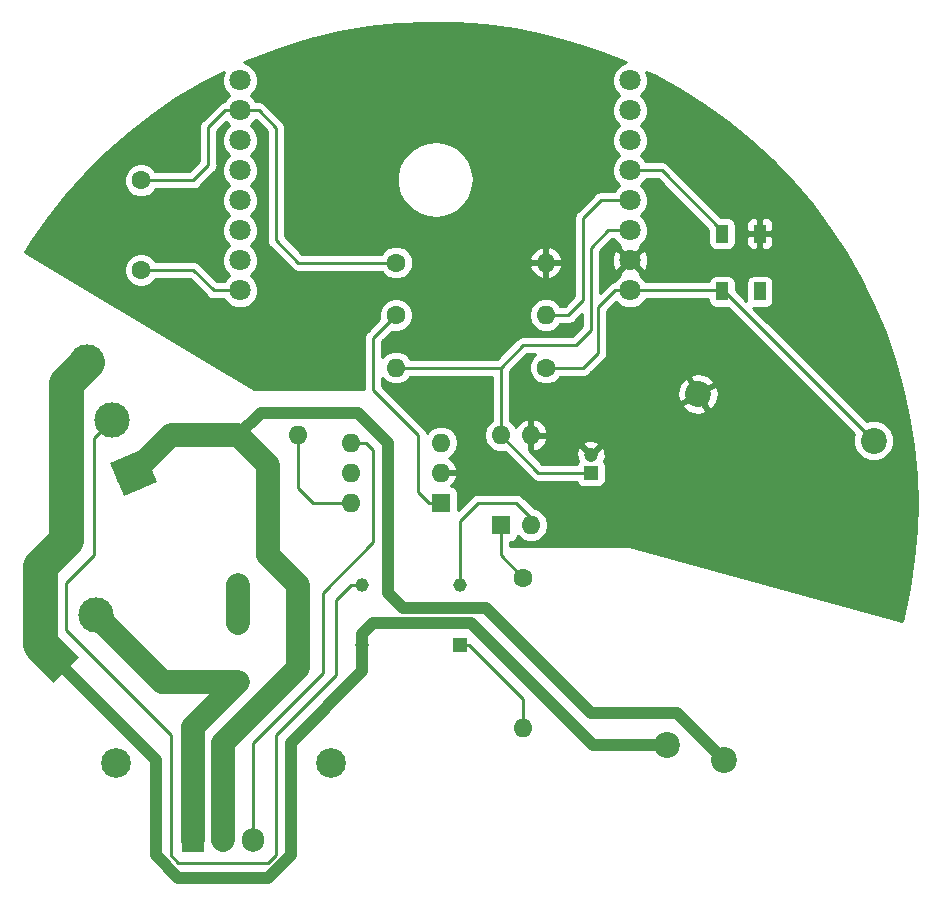
<source format=gbr>
G04 #@! TF.GenerationSoftware,KiCad,Pcbnew,5.0.0+dfsg1-2*
G04 #@! TF.CreationDate,2019-05-26T04:41:42+02:00*
G04 #@! TF.ProjectId,ceiling-light-controller,6365696C696E672D6C696768742D636F,rev?*
G04 #@! TF.SameCoordinates,Original*
G04 #@! TF.FileFunction,Copper,L1,Top,Signal*
G04 #@! TF.FilePolarity,Positive*
%FSLAX46Y46*%
G04 Gerber Fmt 4.6, Leading zero omitted, Abs format (unit mm)*
G04 Created by KiCad (PCBNEW 5.0.0+dfsg1-2) date Sun May 26 04:41:42 2019*
%MOMM*%
%LPD*%
G01*
G04 APERTURE LIST*
G04 #@! TA.AperFunction,ComponentPad*
%ADD10O,1.600000X1.600000*%
G04 #@! TD*
G04 #@! TA.AperFunction,ComponentPad*
%ADD11R,1.600000X1.600000*%
G04 #@! TD*
G04 #@! TA.AperFunction,ComponentPad*
%ADD12R,1.160000X1.160000*%
G04 #@! TD*
G04 #@! TA.AperFunction,ComponentPad*
%ADD13C,1.160000*%
G04 #@! TD*
G04 #@! TA.AperFunction,SMDPad,CuDef*
%ADD14R,1.000000X1.500000*%
G04 #@! TD*
G04 #@! TA.AperFunction,ComponentPad*
%ADD15C,1.600000*%
G04 #@! TD*
G04 #@! TA.AperFunction,ComponentPad*
%ADD16R,1.905000X2.000000*%
G04 #@! TD*
G04 #@! TA.AperFunction,ComponentPad*
%ADD17O,1.905000X2.000000*%
G04 #@! TD*
G04 #@! TA.AperFunction,ComponentPad*
%ADD18C,2.524000*%
G04 #@! TD*
G04 #@! TA.AperFunction,ComponentPad*
%ADD19R,1.200000X1.200000*%
G04 #@! TD*
G04 #@! TA.AperFunction,ComponentPad*
%ADD20C,1.200000*%
G04 #@! TD*
G04 #@! TA.AperFunction,ComponentPad*
%ADD21C,3.000000*%
G04 #@! TD*
G04 #@! TA.AperFunction,Conductor*
%ADD22C,0.100000*%
G04 #@! TD*
G04 #@! TA.AperFunction,ComponentPad*
%ADD23C,2.200000*%
G04 #@! TD*
G04 #@! TA.AperFunction,ComponentPad*
%ADD24C,1.800000*%
G04 #@! TD*
G04 #@! TA.AperFunction,Conductor*
%ADD25C,0.250000*%
G04 #@! TD*
G04 #@! TA.AperFunction,Conductor*
%ADD26C,2.000000*%
G04 #@! TD*
G04 #@! TA.AperFunction,Conductor*
%ADD27C,1.000000*%
G04 #@! TD*
G04 #@! TA.AperFunction,Conductor*
%ADD28C,3.000000*%
G04 #@! TD*
G04 #@! TA.AperFunction,Conductor*
%ADD29C,0.254000*%
G04 #@! TD*
G04 APERTURE END LIST*
D10*
G04 #@! TO.P,U3,6*
G04 #@! TO.N,Net-(R3-Pad2)*
X139700000Y-98425000D03*
G04 #@! TO.P,U3,3*
G04 #@! TO.N,Net-(U3-Pad3)*
X147320000Y-93345000D03*
G04 #@! TO.P,U3,5*
G04 #@! TO.N,Net-(U3-Pad5)*
X139700000Y-95885000D03*
G04 #@! TO.P,U3,2*
G04 #@! TO.N,GND*
X147320000Y-95885000D03*
G04 #@! TO.P,U3,4*
G04 #@! TO.N,Net-(Q1-Pad3)*
X139700000Y-93345000D03*
D11*
G04 #@! TO.P,U3,1*
G04 #@! TO.N,Net-(R5-Pad1)*
X147320000Y-98425000D03*
G04 #@! TD*
D12*
G04 #@! TO.P,BR1,1*
G04 #@! TO.N,Net-(BR1-Pad1)*
X148905000Y-110500000D03*
D13*
G04 #@! TO.P,BR1,2*
G04 #@! TO.N,Net-(BR1-Pad2)*
X148905000Y-105400000D03*
G04 #@! TO.P,BR1,3*
G04 #@! TO.N,Net-(BR1-Pad3)*
X140655000Y-105400000D03*
G04 #@! TO.P,BR1,4*
G04 #@! TO.N,Net-(BR1-Pad4)*
X140655000Y-110500000D03*
G04 #@! TD*
D14*
G04 #@! TO.P,D1,3*
G04 #@! TO.N,GND*
X174320000Y-75655000D03*
G04 #@! TO.P,D1,4*
G04 #@! TO.N,Net-(D1-Pad4)*
X171120000Y-75655000D03*
G04 #@! TO.P,D1,2*
G04 #@! TO.N,Net-(D1-Pad2)*
X174320000Y-80555000D03*
G04 #@! TO.P,D1,1*
G04 #@! TO.N,Net-(D1-Pad1)*
X171120000Y-80555000D03*
G04 #@! TD*
D15*
G04 #@! TO.P,R7,1*
G04 #@! TO.N,Net-(R7-Pad1)*
X121920000Y-78740000D03*
G04 #@! TO.P,R7,2*
G04 #@! TO.N,Net-(R6-Pad1)*
X121920000Y-71140000D03*
G04 #@! TD*
G04 #@! TO.P,R6,1*
G04 #@! TO.N,Net-(R6-Pad1)*
X143510000Y-78105000D03*
D10*
G04 #@! TO.P,R6,2*
G04 #@! TO.N,GND*
X156210000Y-78105000D03*
G04 #@! TD*
D16*
G04 #@! TO.P,Q1,1*
G04 #@! TO.N,Net-(C5-Pad2)*
X126365000Y-127000000D03*
D17*
G04 #@! TO.P,Q1,2*
G04 #@! TO.N,Net-(J1-Pad1)*
X128905000Y-127000000D03*
G04 #@! TO.P,Q1,3*
G04 #@! TO.N,Net-(Q1-Pad3)*
X131445000Y-127000000D03*
D18*
G04 #@! TO.P,Q1,4*
G04 #@! TO.N,N/C*
X119780000Y-120500000D03*
G04 #@! TO.P,Q1,5*
X138030000Y-120500000D03*
G04 #@! TD*
D19*
G04 #@! TO.P,C1,1*
G04 #@! TO.N,Net-(C1-Pad1)*
X160020000Y-95885000D03*
D20*
G04 #@! TO.P,C1,2*
G04 #@! TO.N,GND*
X160020000Y-94385000D03*
G04 #@! TD*
D15*
G04 #@! TO.P,C5,1*
G04 #@! TO.N,Net-(C5-Pad1)*
X130175000Y-108585000D03*
G04 #@! TO.P,C5,2*
G04 #@! TO.N,Net-(C5-Pad2)*
X130175000Y-113585000D03*
G04 #@! TD*
G04 #@! TO.P,R1,1*
G04 #@! TO.N,Net-(R1-Pad1)*
X154305000Y-104775000D03*
D10*
G04 #@! TO.P,R1,2*
G04 #@! TO.N,Net-(BR1-Pad1)*
X154305000Y-117475000D03*
G04 #@! TD*
D15*
G04 #@! TO.P,R5,1*
G04 #@! TO.N,Net-(R5-Pad1)*
X143510000Y-82550000D03*
D10*
G04 #@! TO.P,R5,2*
G04 #@! TO.N,Net-(R5-Pad2)*
X156210000Y-82550000D03*
G04 #@! TD*
G04 #@! TO.P,R4,2*
G04 #@! TO.N,Net-(C5-Pad1)*
X130175000Y-105410000D03*
D15*
G04 #@! TO.P,R4,1*
G04 #@! TO.N,Net-(J1-Pad1)*
X130175000Y-92710000D03*
G04 #@! TD*
G04 #@! TO.P,R3,1*
G04 #@! TO.N,Net-(J1-Pad1)*
X135255000Y-105410000D03*
D10*
G04 #@! TO.P,R3,2*
G04 #@! TO.N,Net-(R3-Pad2)*
X135255000Y-92710000D03*
G04 #@! TD*
G04 #@! TO.P,R2,2*
G04 #@! TO.N,Net-(C1-Pad1)*
X143510000Y-86995000D03*
D15*
G04 #@! TO.P,R2,1*
G04 #@! TO.N,Net-(D1-Pad1)*
X156210000Y-86995000D03*
G04 #@! TD*
D21*
G04 #@! TO.P,J2,1*
G04 #@! TO.N,Net-(BR1-Pad4)*
X114517898Y-111542102D03*
D22*
G04 #@! TD*
G04 #@! TO.N,Net-(BR1-Pad4)*
G04 #@! TO.C,J2*
G36*
X114517898Y-113663422D02*
X112396578Y-111542102D01*
X114517898Y-109420782D01*
X116639218Y-111542102D01*
X114517898Y-113663422D01*
X114517898Y-113663422D01*
G37*
D21*
G04 #@! TO.P,J2,2*
G04 #@! TO.N,Net-(C5-Pad2)*
X118110000Y-107950000D03*
G04 #@! TD*
G04 #@! TO.P,J1,1*
G04 #@! TO.N,Net-(J1-Pad1)*
X121285000Y-95885000D03*
D22*
G04 #@! TD*
G04 #@! TO.N,Net-(J1-Pad1)*
G04 #@! TO.C,J1*
G36*
X123244844Y-96696794D02*
X120473206Y-97844844D01*
X119325156Y-95073206D01*
X122096794Y-93925156D01*
X123244844Y-96696794D01*
X123244844Y-96696794D01*
G37*
D21*
G04 #@! TO.P,J1,2*
G04 #@! TO.N,Net-(BR1-Pad3)*
X119457687Y-91473475D03*
G04 #@! TO.P,J1,3*
G04 #@! TO.N,Net-(BR1-Pad4)*
X117396936Y-86498384D03*
G04 #@! TD*
D10*
G04 #@! TO.P,U1,4*
G04 #@! TO.N,Net-(C1-Pad1)*
X152400000Y-92710000D03*
G04 #@! TO.P,U1,2*
G04 #@! TO.N,Net-(BR1-Pad2)*
X154940000Y-100330000D03*
G04 #@! TO.P,U1,3*
G04 #@! TO.N,GND*
X154940000Y-92710000D03*
D11*
G04 #@! TO.P,U1,1*
G04 #@! TO.N,Net-(R1-Pad1)*
X152400000Y-100330000D03*
G04 #@! TD*
D23*
G04 #@! TO.P,U2,1*
G04 #@! TO.N,Net-(BR1-Pad4)*
X166500545Y-118962062D03*
G04 #@! TO.P,U2,2*
G04 #@! TO.N,Net-(J1-Pad1)*
X171330175Y-120256157D03*
G04 #@! TO.P,U2,3*
G04 #@! TO.N,GND*
X169087011Y-89217984D03*
G04 #@! TO.P,U2,4*
G04 #@! TO.N,Net-(D1-Pad1)*
X183962269Y-93203797D03*
G04 #@! TD*
D24*
G04 #@! TO.P,U4,16*
G04 #@! TO.N,Net-(R7-Pad1)*
X130315000Y-80455000D03*
G04 #@! TO.P,U4,1*
G04 #@! TO.N,Net-(D1-Pad1)*
X163335000Y-80455000D03*
G04 #@! TO.P,U4,15*
G04 #@! TO.N,Net-(U4-Pad15)*
X130315000Y-77915000D03*
G04 #@! TO.P,U4,2*
G04 #@! TO.N,GND*
X163335000Y-77915000D03*
G04 #@! TO.P,U4,14*
G04 #@! TO.N,Net-(U4-Pad14)*
X130315000Y-75375000D03*
G04 #@! TO.P,U4,3*
G04 #@! TO.N,Net-(C1-Pad1)*
X163335000Y-75375000D03*
G04 #@! TO.P,U4,13*
G04 #@! TO.N,Net-(U4-Pad13)*
X130315000Y-72835000D03*
G04 #@! TO.P,U4,4*
G04 #@! TO.N,Net-(R5-Pad2)*
X163335000Y-72835000D03*
G04 #@! TO.P,U4,12*
G04 #@! TO.N,Net-(U4-Pad12)*
X130315000Y-70295000D03*
G04 #@! TO.P,U4,5*
G04 #@! TO.N,Net-(D1-Pad4)*
X163335000Y-70295000D03*
G04 #@! TO.P,U4,11*
G04 #@! TO.N,Net-(U4-Pad11)*
X130315000Y-67755000D03*
G04 #@! TO.P,U4,6*
G04 #@! TO.N,Net-(U4-Pad6)*
X163335000Y-67755000D03*
G04 #@! TO.P,U4,10*
G04 #@! TO.N,Net-(R6-Pad1)*
X130315000Y-65215000D03*
G04 #@! TO.P,U4,7*
G04 #@! TO.N,Net-(U4-Pad7)*
X163335000Y-65215000D03*
G04 #@! TO.P,U4,9*
G04 #@! TO.N,Net-(U4-Pad9)*
X130315000Y-62675000D03*
G04 #@! TO.P,U4,8*
G04 #@! TO.N,Net-(U4-Pad8)*
X163335000Y-62675000D03*
G04 #@! TD*
D25*
G04 #@! TO.N,Net-(C1-Pad1)*
X155575000Y-95885000D02*
X152400000Y-92710000D01*
X160020000Y-95885000D02*
X155575000Y-95885000D01*
X161480000Y-75375000D02*
X160020000Y-76835000D01*
X163335000Y-75375000D02*
X161480000Y-75375000D01*
X160020000Y-76835000D02*
X160020000Y-83820000D01*
X160020000Y-83820000D02*
X158750000Y-85090000D01*
X143510000Y-86995000D02*
X152400000Y-86995000D01*
X152400000Y-86995000D02*
X154305000Y-85090000D01*
X152400000Y-86995000D02*
X152400000Y-92710000D01*
X154305000Y-85090000D02*
X158750000Y-85090000D01*
D26*
G04 #@! TO.N,Net-(C5-Pad1)*
X130175000Y-105410000D02*
X130175000Y-108585000D01*
D25*
G04 #@! TO.N,Net-(Q1-Pad3)*
X131445000Y-127000000D02*
X131445000Y-118745000D01*
X141605000Y-93980000D02*
X140970000Y-93345000D01*
X137344991Y-106045000D02*
X141605000Y-101784991D01*
X140970000Y-93345000D02*
X139700000Y-93345000D01*
X131445000Y-118745000D02*
X137344991Y-112845009D01*
X141605000Y-93980000D02*
X141605000Y-101784991D01*
X137344991Y-112845009D02*
X137344991Y-106045000D01*
G04 #@! TO.N,Net-(R1-Pad1)*
X152400000Y-102870000D02*
X154305000Y-104775000D01*
X152400000Y-100330000D02*
X152400000Y-102870000D01*
G04 #@! TO.N,Net-(R3-Pad2)*
X135255000Y-92710000D02*
X135255000Y-97155000D01*
X135255000Y-97155000D02*
X136525000Y-98425000D01*
X136525000Y-98425000D02*
X139700000Y-98425000D01*
G04 #@! TO.N,Net-(R5-Pad1)*
X143510000Y-82550000D02*
X141605000Y-84455000D01*
X141605000Y-84455000D02*
X141605000Y-88900000D01*
X141605000Y-88900000D02*
X145415000Y-92710000D01*
X146270000Y-98425000D02*
X147320000Y-98425000D01*
X145415000Y-97570000D02*
X146270000Y-98425000D01*
X145415000Y-92710000D02*
X145415000Y-97570000D01*
G04 #@! TO.N,Net-(R5-Pad2)*
X160845000Y-72835000D02*
X162062208Y-72835000D01*
X159385000Y-74295000D02*
X160845000Y-72835000D01*
X159385000Y-81280000D02*
X159385000Y-74295000D01*
X156210000Y-82550000D02*
X158115000Y-82550000D01*
X162062208Y-72835000D02*
X163335000Y-72835000D01*
X158115000Y-82550000D02*
X159385000Y-81280000D01*
G04 #@! TO.N,Net-(BR1-Pad1)*
X154305000Y-115070000D02*
X154305000Y-116343630D01*
X154305000Y-116343630D02*
X154305000Y-117475000D01*
X149735000Y-110500000D02*
X154305000Y-115070000D01*
X148905000Y-110500000D02*
X149735000Y-110500000D01*
G04 #@! TO.N,Net-(BR1-Pad2)*
X154940000Y-99695000D02*
X154940000Y-100330000D01*
X153670000Y-98425000D02*
X154940000Y-99695000D01*
X150495000Y-98425000D02*
X153670000Y-98425000D01*
X148905000Y-105400000D02*
X148905000Y-100015000D01*
X148905000Y-100015000D02*
X150495000Y-98425000D01*
D26*
G04 #@! TO.N,Net-(C5-Pad2)*
X126365000Y-127000000D02*
X126365000Y-117395000D01*
X123745000Y-113585000D02*
X130175000Y-113585000D01*
X118110000Y-107950000D02*
X123745000Y-113585000D01*
X130175000Y-113585000D02*
X126365000Y-117395000D01*
G04 #@! TO.N,Net-(J1-Pad1)*
X121285000Y-95885000D02*
X124460000Y-92710000D01*
X124460000Y-92710000D02*
X130175000Y-92710000D01*
X132715000Y-102870000D02*
X135255000Y-105410000D01*
X130175000Y-92710000D02*
X132715000Y-95250000D01*
X132715000Y-95250000D02*
X132715000Y-102870000D01*
X128905000Y-118745000D02*
X135255000Y-112395000D01*
X135255000Y-112395000D02*
X135255000Y-105410000D01*
X128905000Y-118745000D02*
X128905000Y-127000000D01*
D27*
X132080000Y-90805000D02*
X130175000Y-92710000D01*
X140335000Y-90805000D02*
X132080000Y-90805000D01*
X140335000Y-90805000D02*
X142875000Y-93345000D01*
X142875000Y-106045000D02*
X144145000Y-107315000D01*
X142875000Y-93345000D02*
X142875000Y-106045000D01*
X151130000Y-107315000D02*
X160020000Y-116205000D01*
X167279018Y-116205000D02*
X171330175Y-120256157D01*
X160020000Y-116205000D02*
X167279018Y-116205000D01*
X144145000Y-107315000D02*
X151130000Y-107315000D01*
D25*
G04 #@! TO.N,Net-(BR1-Pad3)*
X132715000Y-128905000D02*
X133350000Y-128270000D01*
X124460000Y-128270000D02*
X125095000Y-128905000D01*
X125095000Y-128905000D02*
X132715000Y-128905000D01*
X115570000Y-109220000D02*
X124460000Y-118110000D01*
X124460000Y-118110000D02*
X124460000Y-128270000D01*
X138430000Y-113030000D02*
X133350000Y-118110000D01*
X133350000Y-118110000D02*
X133350000Y-128270000D01*
X117957688Y-102870000D02*
X115570000Y-105257688D01*
X119457687Y-91473475D02*
X117957688Y-92973474D01*
X117957688Y-92973474D02*
X117957688Y-102870000D01*
X115570000Y-105257688D02*
X115570000Y-109220000D01*
X140655000Y-105400000D02*
X139710000Y-105400000D01*
X139710000Y-105400000D02*
X138430000Y-106680000D01*
X138430000Y-106680000D02*
X138430000Y-113030000D01*
G04 #@! TO.N,Net-(BR1-Pad4)*
X114517898Y-111542102D02*
X115649268Y-112673472D01*
D27*
X125093590Y-130175000D02*
X132716410Y-130175000D01*
D25*
X166500545Y-119884455D02*
X166500545Y-118962062D01*
D27*
X160237062Y-118962062D02*
X166500545Y-118962062D01*
X149860000Y-108585000D02*
X160237062Y-118962062D01*
X141605000Y-108585000D02*
X149860000Y-108585000D01*
X140655000Y-110500000D02*
X140655000Y-109535000D01*
X140655000Y-109535000D02*
X141605000Y-108585000D01*
X134620000Y-128271410D02*
X134620000Y-118745000D01*
X140655000Y-112710000D02*
X140655000Y-110500000D01*
X134620000Y-118745000D02*
X140655000Y-112710000D01*
X132716410Y-130175000D02*
X134620000Y-128271410D01*
D25*
X125093590Y-130175000D02*
X125093590Y-130173590D01*
D27*
X125093590Y-130173590D02*
X123190000Y-128270000D01*
X123190000Y-120214204D02*
X114517898Y-111542102D01*
X123190000Y-128270000D02*
X123190000Y-120214204D01*
D28*
X115570000Y-101600000D02*
X115570000Y-88325320D01*
X114517898Y-111542102D02*
X113386528Y-110410732D01*
X113386528Y-103783472D02*
X115570000Y-101600000D01*
X113386528Y-110410732D02*
X113386528Y-103783472D01*
X115570000Y-88325320D02*
X117396936Y-86498384D01*
D25*
G04 #@! TO.N,Net-(D1-Pad1)*
X171020000Y-80455000D02*
X171120000Y-80555000D01*
X163335000Y-80455000D02*
X171020000Y-80455000D01*
X159385000Y-86995000D02*
X156210000Y-86995000D01*
X160655000Y-85725000D02*
X159385000Y-86995000D01*
X160655000Y-81862208D02*
X160655000Y-85725000D01*
X162062208Y-80455000D02*
X160655000Y-81862208D01*
X163335000Y-80455000D02*
X162062208Y-80455000D01*
X171313472Y-80555000D02*
X171120000Y-80555000D01*
X183962269Y-93203797D02*
X171313472Y-80555000D01*
G04 #@! TO.N,Net-(D1-Pad4)*
X166010000Y-70295000D02*
X171120000Y-75405000D01*
X171120000Y-75405000D02*
X171120000Y-75655000D01*
X163335000Y-70295000D02*
X166010000Y-70295000D01*
G04 #@! TO.N,Net-(R6-Pad1)*
X121920000Y-71140000D02*
X126345000Y-71140000D01*
X129042208Y-65215000D02*
X127635000Y-66622208D01*
X130315000Y-65215000D02*
X129042208Y-65215000D01*
X127635000Y-66622208D02*
X127635000Y-69850000D01*
X127635000Y-69850000D02*
X126345000Y-71140000D01*
X130315000Y-65215000D02*
X131890000Y-65215000D01*
X131890000Y-65215000D02*
X133350000Y-66675000D01*
X133350000Y-66675000D02*
X133350000Y-76200000D01*
X133350000Y-76200000D02*
X135255000Y-78105000D01*
X135255000Y-78105000D02*
X143510000Y-78105000D01*
G04 #@! TO.N,Net-(R7-Pad1)*
X128080000Y-80455000D02*
X130315000Y-80455000D01*
X121920000Y-78740000D02*
X126365000Y-78740000D01*
X126365000Y-78740000D02*
X128080000Y-80455000D01*
G04 #@! TD*
D29*
G04 #@! TO.N,GND*
G36*
X165331923Y-62243119D02*
X167514801Y-63440687D01*
X169620499Y-64769283D01*
X171641160Y-66223951D01*
X173569246Y-67799264D01*
X175397566Y-69489345D01*
X177119299Y-71287891D01*
X178728022Y-73188191D01*
X180217733Y-75183157D01*
X181582876Y-77265346D01*
X182818359Y-79426992D01*
X183919571Y-81660030D01*
X184882406Y-83956131D01*
X185703271Y-86306728D01*
X186379105Y-88703054D01*
X186907386Y-91136169D01*
X187286144Y-93596996D01*
X187513965Y-96076356D01*
X187590000Y-98565000D01*
X187534133Y-100698475D01*
X187327957Y-103179729D01*
X186970688Y-105643768D01*
X186463660Y-108081400D01*
X186356946Y-108472821D01*
X163228675Y-102112546D01*
X163195000Y-102108000D01*
X153160000Y-102108000D01*
X153160000Y-101777440D01*
X153200000Y-101777440D01*
X153447765Y-101728157D01*
X153657809Y-101587809D01*
X153798157Y-101377765D01*
X153824785Y-101243894D01*
X153905423Y-101364577D01*
X154380091Y-101681740D01*
X154798667Y-101765000D01*
X155081333Y-101765000D01*
X155499909Y-101681740D01*
X155974577Y-101364577D01*
X156291740Y-100889909D01*
X156403113Y-100330000D01*
X156291740Y-99770091D01*
X155974577Y-99295423D01*
X155499909Y-98978260D01*
X155247943Y-98928141D01*
X154260331Y-97940530D01*
X154217929Y-97877071D01*
X153966537Y-97709096D01*
X153744852Y-97665000D01*
X153744847Y-97665000D01*
X153670000Y-97650112D01*
X153595153Y-97665000D01*
X150569848Y-97665000D01*
X150495000Y-97650112D01*
X150420152Y-97665000D01*
X150420148Y-97665000D01*
X150198463Y-97709096D01*
X149947071Y-97877071D01*
X149904671Y-97940527D01*
X148767440Y-99077759D01*
X148767440Y-97625000D01*
X148718157Y-97377235D01*
X148577809Y-97167191D01*
X148367765Y-97026843D01*
X148212639Y-96995987D01*
X148551041Y-96622423D01*
X148711904Y-96234039D01*
X148589915Y-96012000D01*
X147447000Y-96012000D01*
X147447000Y-96032000D01*
X147193000Y-96032000D01*
X147193000Y-96012000D01*
X147173000Y-96012000D01*
X147173000Y-95758000D01*
X147193000Y-95758000D01*
X147193000Y-95738000D01*
X147447000Y-95738000D01*
X147447000Y-95758000D01*
X148589915Y-95758000D01*
X148711904Y-95535961D01*
X148551041Y-95147577D01*
X148175134Y-94732611D01*
X147970892Y-94635947D01*
X148354577Y-94379577D01*
X148671740Y-93904909D01*
X148783113Y-93345000D01*
X148671740Y-92785091D01*
X148354577Y-92310423D01*
X147879909Y-91993260D01*
X147461333Y-91910000D01*
X147178667Y-91910000D01*
X146760091Y-91993260D01*
X146285423Y-92310423D01*
X146150557Y-92512264D01*
X146130904Y-92413463D01*
X146130904Y-92413462D01*
X146005329Y-92225527D01*
X145962929Y-92162071D01*
X145899473Y-92119671D01*
X142365000Y-88585199D01*
X142365000Y-87864317D01*
X142475423Y-88029577D01*
X142950091Y-88346740D01*
X143368667Y-88430000D01*
X143651333Y-88430000D01*
X144069909Y-88346740D01*
X144544577Y-88029577D01*
X144728043Y-87755000D01*
X151640000Y-87755000D01*
X151640001Y-91491956D01*
X151365423Y-91675423D01*
X151048260Y-92150091D01*
X150936887Y-92710000D01*
X151048260Y-93269909D01*
X151365423Y-93744577D01*
X151840091Y-94061740D01*
X152258667Y-94145000D01*
X152541333Y-94145000D01*
X152723887Y-94108688D01*
X154984671Y-96369473D01*
X155027071Y-96432929D01*
X155278463Y-96600904D01*
X155500148Y-96645000D01*
X155500152Y-96645000D01*
X155574999Y-96659888D01*
X155649846Y-96645000D01*
X158804386Y-96645000D01*
X158821843Y-96732765D01*
X158962191Y-96942809D01*
X159172235Y-97083157D01*
X159420000Y-97132440D01*
X160620000Y-97132440D01*
X160867765Y-97083157D01*
X161077809Y-96942809D01*
X161218157Y-96732765D01*
X161267440Y-96485000D01*
X161267440Y-95285000D01*
X161218157Y-95037235D01*
X161141291Y-94922198D01*
X161267807Y-94553964D01*
X161237482Y-94063587D01*
X161108164Y-93751383D01*
X160882735Y-93701870D01*
X160199605Y-94385000D01*
X160213748Y-94399143D01*
X160034143Y-94578748D01*
X160020000Y-94564605D01*
X160005858Y-94578748D01*
X159826253Y-94399143D01*
X159840395Y-94385000D01*
X159157265Y-93701870D01*
X158931836Y-93751383D01*
X158772193Y-94216036D01*
X158802518Y-94706413D01*
X158894505Y-94928490D01*
X158821843Y-95037235D01*
X158804386Y-95125000D01*
X155889802Y-95125000D01*
X154768929Y-94004128D01*
X154813000Y-93979915D01*
X154813000Y-92837000D01*
X155067000Y-92837000D01*
X155067000Y-93979915D01*
X155289039Y-94101904D01*
X155677423Y-93941041D01*
X156092389Y-93565134D01*
X156112678Y-93522265D01*
X159336870Y-93522265D01*
X160020000Y-94205395D01*
X160703130Y-93522265D01*
X160653617Y-93296836D01*
X160188964Y-93137193D01*
X159698587Y-93167518D01*
X159386383Y-93296836D01*
X159336870Y-93522265D01*
X156112678Y-93522265D01*
X156331914Y-93059041D01*
X156210629Y-92837000D01*
X155067000Y-92837000D01*
X154813000Y-92837000D01*
X154793000Y-92837000D01*
X154793000Y-92583000D01*
X154813000Y-92583000D01*
X154813000Y-91440085D01*
X155067000Y-91440085D01*
X155067000Y-92583000D01*
X156210629Y-92583000D01*
X156331914Y-92360959D01*
X156092389Y-91854866D01*
X155677423Y-91478959D01*
X155289039Y-91318096D01*
X155067000Y-91440085D01*
X154813000Y-91440085D01*
X154590961Y-91318096D01*
X154202577Y-91478959D01*
X153787611Y-91854866D01*
X153690947Y-92059108D01*
X153434577Y-91675423D01*
X153160000Y-91491957D01*
X153160000Y-90130582D01*
X167760345Y-90130582D01*
X167795718Y-90427070D01*
X168356709Y-90829191D01*
X169028882Y-90986019D01*
X169600761Y-90910730D01*
X169779638Y-90671650D01*
X169040526Y-89391469D01*
X167760345Y-90130582D01*
X153160000Y-90130582D01*
X153160000Y-89159855D01*
X167318976Y-89159855D01*
X167394265Y-89731734D01*
X167633345Y-89910611D01*
X168752497Y-89264469D01*
X169260496Y-89264469D01*
X169999609Y-90544650D01*
X170296097Y-90509277D01*
X170698218Y-89948286D01*
X170855046Y-89276113D01*
X170779757Y-88704234D01*
X170540677Y-88525357D01*
X169260496Y-89264469D01*
X168752497Y-89264469D01*
X168913526Y-89171499D01*
X168174413Y-87891318D01*
X167877925Y-87926691D01*
X167475804Y-88487682D01*
X167318976Y-89159855D01*
X153160000Y-89159855D01*
X153160000Y-87309801D01*
X154619802Y-85850000D01*
X155325604Y-85850000D01*
X154993466Y-86182138D01*
X154775000Y-86709561D01*
X154775000Y-87280439D01*
X154993466Y-87807862D01*
X155397138Y-88211534D01*
X155924561Y-88430000D01*
X156495439Y-88430000D01*
X157022862Y-88211534D01*
X157426534Y-87807862D01*
X157448430Y-87755000D01*
X159310153Y-87755000D01*
X159385000Y-87769888D01*
X159413002Y-87764318D01*
X168394384Y-87764318D01*
X169133496Y-89044499D01*
X170413677Y-88305386D01*
X170378304Y-88008898D01*
X169817313Y-87606777D01*
X169145140Y-87449949D01*
X168573261Y-87525238D01*
X168394384Y-87764318D01*
X159413002Y-87764318D01*
X159459847Y-87755000D01*
X159459852Y-87755000D01*
X159681537Y-87710904D01*
X159932929Y-87542929D01*
X159975331Y-87479470D01*
X161139473Y-86315329D01*
X161202929Y-86272929D01*
X161370904Y-86021537D01*
X161415000Y-85799852D01*
X161415000Y-85799848D01*
X161429888Y-85725001D01*
X161415000Y-85650154D01*
X161415000Y-82177009D01*
X162150596Y-81441413D01*
X162465493Y-81756310D01*
X163029670Y-81990000D01*
X163640330Y-81990000D01*
X164204507Y-81756310D01*
X164636310Y-81324507D01*
X164681669Y-81215000D01*
X169972560Y-81215000D01*
X169972560Y-81305000D01*
X170021843Y-81552765D01*
X170162191Y-81762809D01*
X170372235Y-81903157D01*
X170620000Y-81952440D01*
X171620000Y-81952440D01*
X171633438Y-81949767D01*
X182319555Y-92635885D01*
X182227269Y-92858684D01*
X182227269Y-93548910D01*
X182491407Y-94186596D01*
X182979470Y-94674659D01*
X183617156Y-94938797D01*
X184307382Y-94938797D01*
X184945068Y-94674659D01*
X185433131Y-94186596D01*
X185697269Y-93548910D01*
X185697269Y-92858684D01*
X185433131Y-92220998D01*
X184945068Y-91732935D01*
X184307382Y-91468797D01*
X183617156Y-91468797D01*
X183394357Y-91561083D01*
X173777200Y-81943927D01*
X173820000Y-81952440D01*
X174820000Y-81952440D01*
X175067765Y-81903157D01*
X175277809Y-81762809D01*
X175418157Y-81552765D01*
X175467440Y-81305000D01*
X175467440Y-79805000D01*
X175418157Y-79557235D01*
X175277809Y-79347191D01*
X175067765Y-79206843D01*
X174820000Y-79157560D01*
X173820000Y-79157560D01*
X173572235Y-79206843D01*
X173362191Y-79347191D01*
X173221843Y-79557235D01*
X173172560Y-79805000D01*
X173172560Y-81305000D01*
X173181073Y-81347800D01*
X172267440Y-80434167D01*
X172267440Y-79805000D01*
X172218157Y-79557235D01*
X172077809Y-79347191D01*
X171867765Y-79206843D01*
X171620000Y-79157560D01*
X170620000Y-79157560D01*
X170372235Y-79206843D01*
X170162191Y-79347191D01*
X170021843Y-79557235D01*
X169994440Y-79695000D01*
X164681669Y-79695000D01*
X164636310Y-79585493D01*
X164204507Y-79153690D01*
X164184885Y-79145562D01*
X164235554Y-78995159D01*
X163335000Y-78094605D01*
X162434446Y-78995159D01*
X162485115Y-79145562D01*
X162465493Y-79153690D01*
X162033690Y-79585493D01*
X161988418Y-79694790D01*
X161987360Y-79695000D01*
X161987356Y-79695000D01*
X161765671Y-79739096D01*
X161514279Y-79907071D01*
X161471879Y-79970527D01*
X160780000Y-80662407D01*
X160780000Y-77674336D01*
X161788542Y-77674336D01*
X161814161Y-78284460D01*
X161998357Y-78729148D01*
X162254841Y-78815554D01*
X163155395Y-77915000D01*
X163514605Y-77915000D01*
X164415159Y-78815554D01*
X164671643Y-78729148D01*
X164881458Y-78155664D01*
X164855839Y-77545540D01*
X164671643Y-77100852D01*
X164415159Y-77014446D01*
X163514605Y-77915000D01*
X163155395Y-77915000D01*
X162254841Y-77014446D01*
X161998357Y-77100852D01*
X161788542Y-77674336D01*
X160780000Y-77674336D01*
X160780000Y-77149801D01*
X161794802Y-76135000D01*
X161988331Y-76135000D01*
X162033690Y-76244507D01*
X162465493Y-76676310D01*
X162485115Y-76684438D01*
X162434446Y-76834841D01*
X163335000Y-77735395D01*
X164235554Y-76834841D01*
X164184885Y-76684438D01*
X164204507Y-76676310D01*
X164636310Y-76244507D01*
X164870000Y-75680330D01*
X164870000Y-75069670D01*
X164636310Y-74505493D01*
X164235817Y-74105000D01*
X164636310Y-73704507D01*
X164870000Y-73140330D01*
X164870000Y-72529670D01*
X164636310Y-71965493D01*
X164235817Y-71565000D01*
X164636310Y-71164507D01*
X164681669Y-71055000D01*
X165695199Y-71055000D01*
X169972560Y-75332363D01*
X169972560Y-76405000D01*
X170021843Y-76652765D01*
X170162191Y-76862809D01*
X170372235Y-77003157D01*
X170620000Y-77052440D01*
X171620000Y-77052440D01*
X171867765Y-77003157D01*
X172077809Y-76862809D01*
X172218157Y-76652765D01*
X172267440Y-76405000D01*
X172267440Y-75940750D01*
X173185000Y-75940750D01*
X173185000Y-76531309D01*
X173281673Y-76764698D01*
X173460301Y-76943327D01*
X173693690Y-77040000D01*
X174034250Y-77040000D01*
X174193000Y-76881250D01*
X174193000Y-75782000D01*
X174447000Y-75782000D01*
X174447000Y-76881250D01*
X174605750Y-77040000D01*
X174946310Y-77040000D01*
X175179699Y-76943327D01*
X175358327Y-76764698D01*
X175455000Y-76531309D01*
X175455000Y-75940750D01*
X175296250Y-75782000D01*
X174447000Y-75782000D01*
X174193000Y-75782000D01*
X173343750Y-75782000D01*
X173185000Y-75940750D01*
X172267440Y-75940750D01*
X172267440Y-74905000D01*
X172242316Y-74778691D01*
X173185000Y-74778691D01*
X173185000Y-75369250D01*
X173343750Y-75528000D01*
X174193000Y-75528000D01*
X174193000Y-74428750D01*
X174447000Y-74428750D01*
X174447000Y-75528000D01*
X175296250Y-75528000D01*
X175455000Y-75369250D01*
X175455000Y-74778691D01*
X175358327Y-74545302D01*
X175179699Y-74366673D01*
X174946310Y-74270000D01*
X174605750Y-74270000D01*
X174447000Y-74428750D01*
X174193000Y-74428750D01*
X174034250Y-74270000D01*
X173693690Y-74270000D01*
X173460301Y-74366673D01*
X173281673Y-74545302D01*
X173185000Y-74778691D01*
X172242316Y-74778691D01*
X172218157Y-74657235D01*
X172077809Y-74447191D01*
X171867765Y-74306843D01*
X171620000Y-74257560D01*
X171047363Y-74257560D01*
X166600331Y-69810530D01*
X166557929Y-69747071D01*
X166306537Y-69579096D01*
X166084852Y-69535000D01*
X166084847Y-69535000D01*
X166010000Y-69520112D01*
X165935153Y-69535000D01*
X164681669Y-69535000D01*
X164636310Y-69425493D01*
X164235817Y-69025000D01*
X164636310Y-68624507D01*
X164870000Y-68060330D01*
X164870000Y-67449670D01*
X164636310Y-66885493D01*
X164235817Y-66485000D01*
X164636310Y-66084507D01*
X164870000Y-65520330D01*
X164870000Y-64909670D01*
X164636310Y-64345493D01*
X164235817Y-63945000D01*
X164636310Y-63544507D01*
X164870000Y-62980330D01*
X164870000Y-62369670D01*
X164692706Y-61941645D01*
X165331923Y-62243119D01*
X165331923Y-62243119D01*
G37*
X165331923Y-62243119D02*
X167514801Y-63440687D01*
X169620499Y-64769283D01*
X171641160Y-66223951D01*
X173569246Y-67799264D01*
X175397566Y-69489345D01*
X177119299Y-71287891D01*
X178728022Y-73188191D01*
X180217733Y-75183157D01*
X181582876Y-77265346D01*
X182818359Y-79426992D01*
X183919571Y-81660030D01*
X184882406Y-83956131D01*
X185703271Y-86306728D01*
X186379105Y-88703054D01*
X186907386Y-91136169D01*
X187286144Y-93596996D01*
X187513965Y-96076356D01*
X187590000Y-98565000D01*
X187534133Y-100698475D01*
X187327957Y-103179729D01*
X186970688Y-105643768D01*
X186463660Y-108081400D01*
X186356946Y-108472821D01*
X163228675Y-102112546D01*
X163195000Y-102108000D01*
X153160000Y-102108000D01*
X153160000Y-101777440D01*
X153200000Y-101777440D01*
X153447765Y-101728157D01*
X153657809Y-101587809D01*
X153798157Y-101377765D01*
X153824785Y-101243894D01*
X153905423Y-101364577D01*
X154380091Y-101681740D01*
X154798667Y-101765000D01*
X155081333Y-101765000D01*
X155499909Y-101681740D01*
X155974577Y-101364577D01*
X156291740Y-100889909D01*
X156403113Y-100330000D01*
X156291740Y-99770091D01*
X155974577Y-99295423D01*
X155499909Y-98978260D01*
X155247943Y-98928141D01*
X154260331Y-97940530D01*
X154217929Y-97877071D01*
X153966537Y-97709096D01*
X153744852Y-97665000D01*
X153744847Y-97665000D01*
X153670000Y-97650112D01*
X153595153Y-97665000D01*
X150569848Y-97665000D01*
X150495000Y-97650112D01*
X150420152Y-97665000D01*
X150420148Y-97665000D01*
X150198463Y-97709096D01*
X149947071Y-97877071D01*
X149904671Y-97940527D01*
X148767440Y-99077759D01*
X148767440Y-97625000D01*
X148718157Y-97377235D01*
X148577809Y-97167191D01*
X148367765Y-97026843D01*
X148212639Y-96995987D01*
X148551041Y-96622423D01*
X148711904Y-96234039D01*
X148589915Y-96012000D01*
X147447000Y-96012000D01*
X147447000Y-96032000D01*
X147193000Y-96032000D01*
X147193000Y-96012000D01*
X147173000Y-96012000D01*
X147173000Y-95758000D01*
X147193000Y-95758000D01*
X147193000Y-95738000D01*
X147447000Y-95738000D01*
X147447000Y-95758000D01*
X148589915Y-95758000D01*
X148711904Y-95535961D01*
X148551041Y-95147577D01*
X148175134Y-94732611D01*
X147970892Y-94635947D01*
X148354577Y-94379577D01*
X148671740Y-93904909D01*
X148783113Y-93345000D01*
X148671740Y-92785091D01*
X148354577Y-92310423D01*
X147879909Y-91993260D01*
X147461333Y-91910000D01*
X147178667Y-91910000D01*
X146760091Y-91993260D01*
X146285423Y-92310423D01*
X146150557Y-92512264D01*
X146130904Y-92413463D01*
X146130904Y-92413462D01*
X146005329Y-92225527D01*
X145962929Y-92162071D01*
X145899473Y-92119671D01*
X142365000Y-88585199D01*
X142365000Y-87864317D01*
X142475423Y-88029577D01*
X142950091Y-88346740D01*
X143368667Y-88430000D01*
X143651333Y-88430000D01*
X144069909Y-88346740D01*
X144544577Y-88029577D01*
X144728043Y-87755000D01*
X151640000Y-87755000D01*
X151640001Y-91491956D01*
X151365423Y-91675423D01*
X151048260Y-92150091D01*
X150936887Y-92710000D01*
X151048260Y-93269909D01*
X151365423Y-93744577D01*
X151840091Y-94061740D01*
X152258667Y-94145000D01*
X152541333Y-94145000D01*
X152723887Y-94108688D01*
X154984671Y-96369473D01*
X155027071Y-96432929D01*
X155278463Y-96600904D01*
X155500148Y-96645000D01*
X155500152Y-96645000D01*
X155574999Y-96659888D01*
X155649846Y-96645000D01*
X158804386Y-96645000D01*
X158821843Y-96732765D01*
X158962191Y-96942809D01*
X159172235Y-97083157D01*
X159420000Y-97132440D01*
X160620000Y-97132440D01*
X160867765Y-97083157D01*
X161077809Y-96942809D01*
X161218157Y-96732765D01*
X161267440Y-96485000D01*
X161267440Y-95285000D01*
X161218157Y-95037235D01*
X161141291Y-94922198D01*
X161267807Y-94553964D01*
X161237482Y-94063587D01*
X161108164Y-93751383D01*
X160882735Y-93701870D01*
X160199605Y-94385000D01*
X160213748Y-94399143D01*
X160034143Y-94578748D01*
X160020000Y-94564605D01*
X160005858Y-94578748D01*
X159826253Y-94399143D01*
X159840395Y-94385000D01*
X159157265Y-93701870D01*
X158931836Y-93751383D01*
X158772193Y-94216036D01*
X158802518Y-94706413D01*
X158894505Y-94928490D01*
X158821843Y-95037235D01*
X158804386Y-95125000D01*
X155889802Y-95125000D01*
X154768929Y-94004128D01*
X154813000Y-93979915D01*
X154813000Y-92837000D01*
X155067000Y-92837000D01*
X155067000Y-93979915D01*
X155289039Y-94101904D01*
X155677423Y-93941041D01*
X156092389Y-93565134D01*
X156112678Y-93522265D01*
X159336870Y-93522265D01*
X160020000Y-94205395D01*
X160703130Y-93522265D01*
X160653617Y-93296836D01*
X160188964Y-93137193D01*
X159698587Y-93167518D01*
X159386383Y-93296836D01*
X159336870Y-93522265D01*
X156112678Y-93522265D01*
X156331914Y-93059041D01*
X156210629Y-92837000D01*
X155067000Y-92837000D01*
X154813000Y-92837000D01*
X154793000Y-92837000D01*
X154793000Y-92583000D01*
X154813000Y-92583000D01*
X154813000Y-91440085D01*
X155067000Y-91440085D01*
X155067000Y-92583000D01*
X156210629Y-92583000D01*
X156331914Y-92360959D01*
X156092389Y-91854866D01*
X155677423Y-91478959D01*
X155289039Y-91318096D01*
X155067000Y-91440085D01*
X154813000Y-91440085D01*
X154590961Y-91318096D01*
X154202577Y-91478959D01*
X153787611Y-91854866D01*
X153690947Y-92059108D01*
X153434577Y-91675423D01*
X153160000Y-91491957D01*
X153160000Y-90130582D01*
X167760345Y-90130582D01*
X167795718Y-90427070D01*
X168356709Y-90829191D01*
X169028882Y-90986019D01*
X169600761Y-90910730D01*
X169779638Y-90671650D01*
X169040526Y-89391469D01*
X167760345Y-90130582D01*
X153160000Y-90130582D01*
X153160000Y-89159855D01*
X167318976Y-89159855D01*
X167394265Y-89731734D01*
X167633345Y-89910611D01*
X168752497Y-89264469D01*
X169260496Y-89264469D01*
X169999609Y-90544650D01*
X170296097Y-90509277D01*
X170698218Y-89948286D01*
X170855046Y-89276113D01*
X170779757Y-88704234D01*
X170540677Y-88525357D01*
X169260496Y-89264469D01*
X168752497Y-89264469D01*
X168913526Y-89171499D01*
X168174413Y-87891318D01*
X167877925Y-87926691D01*
X167475804Y-88487682D01*
X167318976Y-89159855D01*
X153160000Y-89159855D01*
X153160000Y-87309801D01*
X154619802Y-85850000D01*
X155325604Y-85850000D01*
X154993466Y-86182138D01*
X154775000Y-86709561D01*
X154775000Y-87280439D01*
X154993466Y-87807862D01*
X155397138Y-88211534D01*
X155924561Y-88430000D01*
X156495439Y-88430000D01*
X157022862Y-88211534D01*
X157426534Y-87807862D01*
X157448430Y-87755000D01*
X159310153Y-87755000D01*
X159385000Y-87769888D01*
X159413002Y-87764318D01*
X168394384Y-87764318D01*
X169133496Y-89044499D01*
X170413677Y-88305386D01*
X170378304Y-88008898D01*
X169817313Y-87606777D01*
X169145140Y-87449949D01*
X168573261Y-87525238D01*
X168394384Y-87764318D01*
X159413002Y-87764318D01*
X159459847Y-87755000D01*
X159459852Y-87755000D01*
X159681537Y-87710904D01*
X159932929Y-87542929D01*
X159975331Y-87479470D01*
X161139473Y-86315329D01*
X161202929Y-86272929D01*
X161370904Y-86021537D01*
X161415000Y-85799852D01*
X161415000Y-85799848D01*
X161429888Y-85725001D01*
X161415000Y-85650154D01*
X161415000Y-82177009D01*
X162150596Y-81441413D01*
X162465493Y-81756310D01*
X163029670Y-81990000D01*
X163640330Y-81990000D01*
X164204507Y-81756310D01*
X164636310Y-81324507D01*
X164681669Y-81215000D01*
X169972560Y-81215000D01*
X169972560Y-81305000D01*
X170021843Y-81552765D01*
X170162191Y-81762809D01*
X170372235Y-81903157D01*
X170620000Y-81952440D01*
X171620000Y-81952440D01*
X171633438Y-81949767D01*
X182319555Y-92635885D01*
X182227269Y-92858684D01*
X182227269Y-93548910D01*
X182491407Y-94186596D01*
X182979470Y-94674659D01*
X183617156Y-94938797D01*
X184307382Y-94938797D01*
X184945068Y-94674659D01*
X185433131Y-94186596D01*
X185697269Y-93548910D01*
X185697269Y-92858684D01*
X185433131Y-92220998D01*
X184945068Y-91732935D01*
X184307382Y-91468797D01*
X183617156Y-91468797D01*
X183394357Y-91561083D01*
X173777200Y-81943927D01*
X173820000Y-81952440D01*
X174820000Y-81952440D01*
X175067765Y-81903157D01*
X175277809Y-81762809D01*
X175418157Y-81552765D01*
X175467440Y-81305000D01*
X175467440Y-79805000D01*
X175418157Y-79557235D01*
X175277809Y-79347191D01*
X175067765Y-79206843D01*
X174820000Y-79157560D01*
X173820000Y-79157560D01*
X173572235Y-79206843D01*
X173362191Y-79347191D01*
X173221843Y-79557235D01*
X173172560Y-79805000D01*
X173172560Y-81305000D01*
X173181073Y-81347800D01*
X172267440Y-80434167D01*
X172267440Y-79805000D01*
X172218157Y-79557235D01*
X172077809Y-79347191D01*
X171867765Y-79206843D01*
X171620000Y-79157560D01*
X170620000Y-79157560D01*
X170372235Y-79206843D01*
X170162191Y-79347191D01*
X170021843Y-79557235D01*
X169994440Y-79695000D01*
X164681669Y-79695000D01*
X164636310Y-79585493D01*
X164204507Y-79153690D01*
X164184885Y-79145562D01*
X164235554Y-78995159D01*
X163335000Y-78094605D01*
X162434446Y-78995159D01*
X162485115Y-79145562D01*
X162465493Y-79153690D01*
X162033690Y-79585493D01*
X161988418Y-79694790D01*
X161987360Y-79695000D01*
X161987356Y-79695000D01*
X161765671Y-79739096D01*
X161514279Y-79907071D01*
X161471879Y-79970527D01*
X160780000Y-80662407D01*
X160780000Y-77674336D01*
X161788542Y-77674336D01*
X161814161Y-78284460D01*
X161998357Y-78729148D01*
X162254841Y-78815554D01*
X163155395Y-77915000D01*
X163514605Y-77915000D01*
X164415159Y-78815554D01*
X164671643Y-78729148D01*
X164881458Y-78155664D01*
X164855839Y-77545540D01*
X164671643Y-77100852D01*
X164415159Y-77014446D01*
X163514605Y-77915000D01*
X163155395Y-77915000D01*
X162254841Y-77014446D01*
X161998357Y-77100852D01*
X161788542Y-77674336D01*
X160780000Y-77674336D01*
X160780000Y-77149801D01*
X161794802Y-76135000D01*
X161988331Y-76135000D01*
X162033690Y-76244507D01*
X162465493Y-76676310D01*
X162485115Y-76684438D01*
X162434446Y-76834841D01*
X163335000Y-77735395D01*
X164235554Y-76834841D01*
X164184885Y-76684438D01*
X164204507Y-76676310D01*
X164636310Y-76244507D01*
X164870000Y-75680330D01*
X164870000Y-75069670D01*
X164636310Y-74505493D01*
X164235817Y-74105000D01*
X164636310Y-73704507D01*
X164870000Y-73140330D01*
X164870000Y-72529670D01*
X164636310Y-71965493D01*
X164235817Y-71565000D01*
X164636310Y-71164507D01*
X164681669Y-71055000D01*
X165695199Y-71055000D01*
X169972560Y-75332363D01*
X169972560Y-76405000D01*
X170021843Y-76652765D01*
X170162191Y-76862809D01*
X170372235Y-77003157D01*
X170620000Y-77052440D01*
X171620000Y-77052440D01*
X171867765Y-77003157D01*
X172077809Y-76862809D01*
X172218157Y-76652765D01*
X172267440Y-76405000D01*
X172267440Y-75940750D01*
X173185000Y-75940750D01*
X173185000Y-76531309D01*
X173281673Y-76764698D01*
X173460301Y-76943327D01*
X173693690Y-77040000D01*
X174034250Y-77040000D01*
X174193000Y-76881250D01*
X174193000Y-75782000D01*
X174447000Y-75782000D01*
X174447000Y-76881250D01*
X174605750Y-77040000D01*
X174946310Y-77040000D01*
X175179699Y-76943327D01*
X175358327Y-76764698D01*
X175455000Y-76531309D01*
X175455000Y-75940750D01*
X175296250Y-75782000D01*
X174447000Y-75782000D01*
X174193000Y-75782000D01*
X173343750Y-75782000D01*
X173185000Y-75940750D01*
X172267440Y-75940750D01*
X172267440Y-74905000D01*
X172242316Y-74778691D01*
X173185000Y-74778691D01*
X173185000Y-75369250D01*
X173343750Y-75528000D01*
X174193000Y-75528000D01*
X174193000Y-74428750D01*
X174447000Y-74428750D01*
X174447000Y-75528000D01*
X175296250Y-75528000D01*
X175455000Y-75369250D01*
X175455000Y-74778691D01*
X175358327Y-74545302D01*
X175179699Y-74366673D01*
X174946310Y-74270000D01*
X174605750Y-74270000D01*
X174447000Y-74428750D01*
X174193000Y-74428750D01*
X174034250Y-74270000D01*
X173693690Y-74270000D01*
X173460301Y-74366673D01*
X173281673Y-74545302D01*
X173185000Y-74778691D01*
X172242316Y-74778691D01*
X172218157Y-74657235D01*
X172077809Y-74447191D01*
X171867765Y-74306843D01*
X171620000Y-74257560D01*
X171047363Y-74257560D01*
X166600331Y-69810530D01*
X166557929Y-69747071D01*
X166306537Y-69579096D01*
X166084852Y-69535000D01*
X166084847Y-69535000D01*
X166010000Y-69520112D01*
X165935153Y-69535000D01*
X164681669Y-69535000D01*
X164636310Y-69425493D01*
X164235817Y-69025000D01*
X164636310Y-68624507D01*
X164870000Y-68060330D01*
X164870000Y-67449670D01*
X164636310Y-66885493D01*
X164235817Y-66485000D01*
X164636310Y-66084507D01*
X164870000Y-65520330D01*
X164870000Y-64909670D01*
X164636310Y-64345493D01*
X164235817Y-63945000D01*
X164636310Y-63544507D01*
X164870000Y-62980330D01*
X164870000Y-62369670D01*
X164692706Y-61941645D01*
X165331923Y-62243119D01*
G36*
X148603144Y-57838799D02*
X151086103Y-58023315D01*
X153553166Y-58359067D01*
X155995130Y-58844804D01*
X158402886Y-59478714D01*
X160767451Y-60258430D01*
X163003890Y-61150679D01*
X162465493Y-61373690D01*
X162033690Y-61805493D01*
X161800000Y-62369670D01*
X161800000Y-62980330D01*
X162033690Y-63544507D01*
X162434183Y-63945000D01*
X162033690Y-64345493D01*
X161800000Y-64909670D01*
X161800000Y-65520330D01*
X162033690Y-66084507D01*
X162434183Y-66485000D01*
X162033690Y-66885493D01*
X161800000Y-67449670D01*
X161800000Y-68060330D01*
X162033690Y-68624507D01*
X162434183Y-69025000D01*
X162033690Y-69425493D01*
X161800000Y-69989670D01*
X161800000Y-70600330D01*
X162033690Y-71164507D01*
X162434183Y-71565000D01*
X162033690Y-71965493D01*
X161988331Y-72075000D01*
X160919848Y-72075000D01*
X160845000Y-72060112D01*
X160770152Y-72075000D01*
X160770148Y-72075000D01*
X160596605Y-72109520D01*
X160548462Y-72119096D01*
X160361418Y-72244076D01*
X160297071Y-72287071D01*
X160254671Y-72350527D01*
X158900528Y-73704671D01*
X158837072Y-73747071D01*
X158794672Y-73810527D01*
X158794671Y-73810528D01*
X158669097Y-73998463D01*
X158610112Y-74295000D01*
X158625001Y-74369852D01*
X158625000Y-80965198D01*
X157800199Y-81790000D01*
X157428043Y-81790000D01*
X157244577Y-81515423D01*
X156769909Y-81198260D01*
X156351333Y-81115000D01*
X156068667Y-81115000D01*
X155650091Y-81198260D01*
X155175423Y-81515423D01*
X154858260Y-81990091D01*
X154746887Y-82550000D01*
X154858260Y-83109909D01*
X155175423Y-83584577D01*
X155650091Y-83901740D01*
X156068667Y-83985000D01*
X156351333Y-83985000D01*
X156769909Y-83901740D01*
X157244577Y-83584577D01*
X157428043Y-83310000D01*
X158040153Y-83310000D01*
X158115000Y-83324888D01*
X158189847Y-83310000D01*
X158189852Y-83310000D01*
X158411537Y-83265904D01*
X158662929Y-83097929D01*
X158705331Y-83034470D01*
X159260001Y-82479801D01*
X159260001Y-83505197D01*
X158435199Y-84330000D01*
X154379848Y-84330000D01*
X154305000Y-84315112D01*
X154230152Y-84330000D01*
X154230148Y-84330000D01*
X154062316Y-84363384D01*
X154008462Y-84374096D01*
X153879912Y-84459991D01*
X153757071Y-84542071D01*
X153714671Y-84605527D01*
X152085199Y-86235000D01*
X144728043Y-86235000D01*
X144544577Y-85960423D01*
X144069909Y-85643260D01*
X143651333Y-85560000D01*
X143368667Y-85560000D01*
X142950091Y-85643260D01*
X142475423Y-85960423D01*
X142365000Y-86125683D01*
X142365000Y-84769801D01*
X143171698Y-83963103D01*
X143224561Y-83985000D01*
X143795439Y-83985000D01*
X144322862Y-83766534D01*
X144726534Y-83362862D01*
X144945000Y-82835439D01*
X144945000Y-82264561D01*
X144726534Y-81737138D01*
X144322862Y-81333466D01*
X143795439Y-81115000D01*
X143224561Y-81115000D01*
X142697138Y-81333466D01*
X142293466Y-81737138D01*
X142075000Y-82264561D01*
X142075000Y-82835439D01*
X142096897Y-82888302D01*
X141120530Y-83864669D01*
X141057071Y-83907071D01*
X140889096Y-84158464D01*
X140845000Y-84380149D01*
X140845000Y-84380153D01*
X140830112Y-84455000D01*
X140845000Y-84529847D01*
X140845001Y-88773000D01*
X131480178Y-88773000D01*
X112145453Y-77172165D01*
X112636594Y-76362790D01*
X114055775Y-74317049D01*
X115597198Y-72361763D01*
X117255114Y-70504226D01*
X119023337Y-68751366D01*
X120895271Y-67109724D01*
X122863934Y-65585422D01*
X124921981Y-64184148D01*
X127061736Y-62911128D01*
X128960871Y-61933009D01*
X128780000Y-62369670D01*
X128780000Y-62980330D01*
X129013690Y-63544507D01*
X129414183Y-63945000D01*
X129013690Y-64345493D01*
X128968418Y-64454790D01*
X128967360Y-64455000D01*
X128967356Y-64455000D01*
X128745671Y-64499096D01*
X128494279Y-64667071D01*
X128451879Y-64730527D01*
X127150530Y-66031877D01*
X127087071Y-66074279D01*
X126919096Y-66325672D01*
X126875000Y-66547357D01*
X126875000Y-66547361D01*
X126860112Y-66622208D01*
X126875000Y-66697055D01*
X126875001Y-69535197D01*
X126030199Y-70380000D01*
X123158430Y-70380000D01*
X123136534Y-70327138D01*
X122732862Y-69923466D01*
X122205439Y-69705000D01*
X121634561Y-69705000D01*
X121107138Y-69923466D01*
X120703466Y-70327138D01*
X120485000Y-70854561D01*
X120485000Y-71425439D01*
X120703466Y-71952862D01*
X121107138Y-72356534D01*
X121634561Y-72575000D01*
X122205439Y-72575000D01*
X122732862Y-72356534D01*
X123136534Y-71952862D01*
X123158430Y-71900000D01*
X126270153Y-71900000D01*
X126345000Y-71914888D01*
X126419847Y-71900000D01*
X126419852Y-71900000D01*
X126641537Y-71855904D01*
X126892929Y-71687929D01*
X126935331Y-71624470D01*
X128119476Y-70440327D01*
X128182929Y-70397929D01*
X128225327Y-70334476D01*
X128225329Y-70334474D01*
X128350903Y-70146538D01*
X128350904Y-70146537D01*
X128395000Y-69924852D01*
X128395000Y-69924848D01*
X128409888Y-69850001D01*
X128395000Y-69775154D01*
X128395000Y-66937009D01*
X129130596Y-66201413D01*
X129414183Y-66485000D01*
X129013690Y-66885493D01*
X128780000Y-67449670D01*
X128780000Y-68060330D01*
X129013690Y-68624507D01*
X129414183Y-69025000D01*
X129013690Y-69425493D01*
X128780000Y-69989670D01*
X128780000Y-70600330D01*
X129013690Y-71164507D01*
X129414183Y-71565000D01*
X129013690Y-71965493D01*
X128780000Y-72529670D01*
X128780000Y-73140330D01*
X129013690Y-73704507D01*
X129414183Y-74105000D01*
X129013690Y-74505493D01*
X128780000Y-75069670D01*
X128780000Y-75680330D01*
X129013690Y-76244507D01*
X129414183Y-76645000D01*
X129013690Y-77045493D01*
X128780000Y-77609670D01*
X128780000Y-78220330D01*
X129013690Y-78784507D01*
X129414183Y-79185000D01*
X129013690Y-79585493D01*
X128968331Y-79695000D01*
X128394802Y-79695000D01*
X126955331Y-78255530D01*
X126912929Y-78192071D01*
X126661537Y-78024096D01*
X126439852Y-77980000D01*
X126439847Y-77980000D01*
X126365000Y-77965112D01*
X126290153Y-77980000D01*
X123158430Y-77980000D01*
X123136534Y-77927138D01*
X122732862Y-77523466D01*
X122205439Y-77305000D01*
X121634561Y-77305000D01*
X121107138Y-77523466D01*
X120703466Y-77927138D01*
X120485000Y-78454561D01*
X120485000Y-79025439D01*
X120703466Y-79552862D01*
X121107138Y-79956534D01*
X121634561Y-80175000D01*
X122205439Y-80175000D01*
X122732862Y-79956534D01*
X123136534Y-79552862D01*
X123158430Y-79500000D01*
X126050199Y-79500000D01*
X127489670Y-80939472D01*
X127532071Y-81002929D01*
X127783463Y-81170904D01*
X128005148Y-81215000D01*
X128005152Y-81215000D01*
X128079999Y-81229888D01*
X128154846Y-81215000D01*
X128968331Y-81215000D01*
X129013690Y-81324507D01*
X129445493Y-81756310D01*
X130009670Y-81990000D01*
X130620330Y-81990000D01*
X131184507Y-81756310D01*
X131616310Y-81324507D01*
X131850000Y-80760330D01*
X131850000Y-80149670D01*
X131616310Y-79585493D01*
X131215817Y-79185000D01*
X131616310Y-78784507D01*
X131850000Y-78220330D01*
X131850000Y-77609670D01*
X131616310Y-77045493D01*
X131215817Y-76645000D01*
X131616310Y-76244507D01*
X131850000Y-75680330D01*
X131850000Y-75069670D01*
X131616310Y-74505493D01*
X131215817Y-74105000D01*
X131616310Y-73704507D01*
X131850000Y-73140330D01*
X131850000Y-72529670D01*
X131616310Y-71965493D01*
X131215817Y-71565000D01*
X131616310Y-71164507D01*
X131850000Y-70600330D01*
X131850000Y-69989670D01*
X131616310Y-69425493D01*
X131215817Y-69025000D01*
X131616310Y-68624507D01*
X131850000Y-68060330D01*
X131850000Y-67449670D01*
X131616310Y-66885493D01*
X131215817Y-66485000D01*
X131616310Y-66084507D01*
X131636343Y-66036144D01*
X132590000Y-66989802D01*
X132590001Y-76125148D01*
X132575112Y-76200000D01*
X132634097Y-76496537D01*
X132754218Y-76676310D01*
X132802072Y-76747929D01*
X132865528Y-76790329D01*
X134664671Y-78589473D01*
X134707071Y-78652929D01*
X134770527Y-78695329D01*
X134958462Y-78820904D01*
X135006605Y-78830480D01*
X135180148Y-78865000D01*
X135180152Y-78865000D01*
X135255000Y-78879888D01*
X135329848Y-78865000D01*
X142271570Y-78865000D01*
X142293466Y-78917862D01*
X142697138Y-79321534D01*
X143224561Y-79540000D01*
X143795439Y-79540000D01*
X144322862Y-79321534D01*
X144726534Y-78917862D01*
X144918655Y-78454039D01*
X154818096Y-78454039D01*
X154978959Y-78842423D01*
X155354866Y-79257389D01*
X155860959Y-79496914D01*
X156083000Y-79375629D01*
X156083000Y-78232000D01*
X156337000Y-78232000D01*
X156337000Y-79375629D01*
X156559041Y-79496914D01*
X157065134Y-79257389D01*
X157441041Y-78842423D01*
X157601904Y-78454039D01*
X157479915Y-78232000D01*
X156337000Y-78232000D01*
X156083000Y-78232000D01*
X154940085Y-78232000D01*
X154818096Y-78454039D01*
X144918655Y-78454039D01*
X144945000Y-78390439D01*
X144945000Y-77819561D01*
X144918656Y-77755961D01*
X154818096Y-77755961D01*
X154940085Y-77978000D01*
X156083000Y-77978000D01*
X156083000Y-76834371D01*
X156337000Y-76834371D01*
X156337000Y-77978000D01*
X157479915Y-77978000D01*
X157601904Y-77755961D01*
X157441041Y-77367577D01*
X157065134Y-76952611D01*
X156559041Y-76713086D01*
X156337000Y-76834371D01*
X156083000Y-76834371D01*
X155860959Y-76713086D01*
X155354866Y-76952611D01*
X154978959Y-77367577D01*
X154818096Y-77755961D01*
X144918656Y-77755961D01*
X144726534Y-77292138D01*
X144322862Y-76888466D01*
X143795439Y-76670000D01*
X143224561Y-76670000D01*
X142697138Y-76888466D01*
X142293466Y-77292138D01*
X142271570Y-77345000D01*
X135569802Y-77345000D01*
X134110000Y-75885199D01*
X134110000Y-70657040D01*
X143595667Y-70657040D01*
X143595667Y-71472960D01*
X143798578Y-72263245D01*
X144191650Y-72978241D01*
X144750185Y-73573021D01*
X145439088Y-74010212D01*
X146215074Y-74262345D01*
X147029383Y-74313577D01*
X147830850Y-74160689D01*
X148569116Y-73813287D01*
X149197793Y-73293201D01*
X149677378Y-72633108D01*
X149977738Y-71874486D01*
X150080000Y-71065000D01*
X149977738Y-70255514D01*
X149677378Y-69496892D01*
X149197793Y-68836799D01*
X148569116Y-68316713D01*
X147830850Y-67969311D01*
X147029383Y-67816423D01*
X146215074Y-67867655D01*
X145439088Y-68119788D01*
X144750185Y-68556979D01*
X144191650Y-69151759D01*
X143798578Y-69866755D01*
X143595667Y-70657040D01*
X134110000Y-70657040D01*
X134110000Y-66749848D01*
X134124888Y-66675000D01*
X134110000Y-66600152D01*
X134110000Y-66600148D01*
X134065904Y-66378463D01*
X134065904Y-66378462D01*
X133940329Y-66190527D01*
X133897929Y-66127071D01*
X133834473Y-66084671D01*
X132480331Y-64730530D01*
X132437929Y-64667071D01*
X132186537Y-64499096D01*
X131964852Y-64455000D01*
X131964847Y-64455000D01*
X131890000Y-64440112D01*
X131815153Y-64455000D01*
X131661669Y-64455000D01*
X131616310Y-64345493D01*
X131215817Y-63945000D01*
X131616310Y-63544507D01*
X131850000Y-62980330D01*
X131850000Y-62369670D01*
X131616310Y-61805493D01*
X131184507Y-61373690D01*
X130666273Y-61159030D01*
X131554162Y-60768350D01*
X133890076Y-59906586D01*
X136274242Y-59189034D01*
X138697766Y-58618369D01*
X141151609Y-58196722D01*
X143626615Y-57925665D01*
X146113553Y-57806209D01*
X148603144Y-57838799D01*
X148603144Y-57838799D01*
G37*
X148603144Y-57838799D02*
X151086103Y-58023315D01*
X153553166Y-58359067D01*
X155995130Y-58844804D01*
X158402886Y-59478714D01*
X160767451Y-60258430D01*
X163003890Y-61150679D01*
X162465493Y-61373690D01*
X162033690Y-61805493D01*
X161800000Y-62369670D01*
X161800000Y-62980330D01*
X162033690Y-63544507D01*
X162434183Y-63945000D01*
X162033690Y-64345493D01*
X161800000Y-64909670D01*
X161800000Y-65520330D01*
X162033690Y-66084507D01*
X162434183Y-66485000D01*
X162033690Y-66885493D01*
X161800000Y-67449670D01*
X161800000Y-68060330D01*
X162033690Y-68624507D01*
X162434183Y-69025000D01*
X162033690Y-69425493D01*
X161800000Y-69989670D01*
X161800000Y-70600330D01*
X162033690Y-71164507D01*
X162434183Y-71565000D01*
X162033690Y-71965493D01*
X161988331Y-72075000D01*
X160919848Y-72075000D01*
X160845000Y-72060112D01*
X160770152Y-72075000D01*
X160770148Y-72075000D01*
X160596605Y-72109520D01*
X160548462Y-72119096D01*
X160361418Y-72244076D01*
X160297071Y-72287071D01*
X160254671Y-72350527D01*
X158900528Y-73704671D01*
X158837072Y-73747071D01*
X158794672Y-73810527D01*
X158794671Y-73810528D01*
X158669097Y-73998463D01*
X158610112Y-74295000D01*
X158625001Y-74369852D01*
X158625000Y-80965198D01*
X157800199Y-81790000D01*
X157428043Y-81790000D01*
X157244577Y-81515423D01*
X156769909Y-81198260D01*
X156351333Y-81115000D01*
X156068667Y-81115000D01*
X155650091Y-81198260D01*
X155175423Y-81515423D01*
X154858260Y-81990091D01*
X154746887Y-82550000D01*
X154858260Y-83109909D01*
X155175423Y-83584577D01*
X155650091Y-83901740D01*
X156068667Y-83985000D01*
X156351333Y-83985000D01*
X156769909Y-83901740D01*
X157244577Y-83584577D01*
X157428043Y-83310000D01*
X158040153Y-83310000D01*
X158115000Y-83324888D01*
X158189847Y-83310000D01*
X158189852Y-83310000D01*
X158411537Y-83265904D01*
X158662929Y-83097929D01*
X158705331Y-83034470D01*
X159260001Y-82479801D01*
X159260001Y-83505197D01*
X158435199Y-84330000D01*
X154379848Y-84330000D01*
X154305000Y-84315112D01*
X154230152Y-84330000D01*
X154230148Y-84330000D01*
X154062316Y-84363384D01*
X154008462Y-84374096D01*
X153879912Y-84459991D01*
X153757071Y-84542071D01*
X153714671Y-84605527D01*
X152085199Y-86235000D01*
X144728043Y-86235000D01*
X144544577Y-85960423D01*
X144069909Y-85643260D01*
X143651333Y-85560000D01*
X143368667Y-85560000D01*
X142950091Y-85643260D01*
X142475423Y-85960423D01*
X142365000Y-86125683D01*
X142365000Y-84769801D01*
X143171698Y-83963103D01*
X143224561Y-83985000D01*
X143795439Y-83985000D01*
X144322862Y-83766534D01*
X144726534Y-83362862D01*
X144945000Y-82835439D01*
X144945000Y-82264561D01*
X144726534Y-81737138D01*
X144322862Y-81333466D01*
X143795439Y-81115000D01*
X143224561Y-81115000D01*
X142697138Y-81333466D01*
X142293466Y-81737138D01*
X142075000Y-82264561D01*
X142075000Y-82835439D01*
X142096897Y-82888302D01*
X141120530Y-83864669D01*
X141057071Y-83907071D01*
X140889096Y-84158464D01*
X140845000Y-84380149D01*
X140845000Y-84380153D01*
X140830112Y-84455000D01*
X140845000Y-84529847D01*
X140845001Y-88773000D01*
X131480178Y-88773000D01*
X112145453Y-77172165D01*
X112636594Y-76362790D01*
X114055775Y-74317049D01*
X115597198Y-72361763D01*
X117255114Y-70504226D01*
X119023337Y-68751366D01*
X120895271Y-67109724D01*
X122863934Y-65585422D01*
X124921981Y-64184148D01*
X127061736Y-62911128D01*
X128960871Y-61933009D01*
X128780000Y-62369670D01*
X128780000Y-62980330D01*
X129013690Y-63544507D01*
X129414183Y-63945000D01*
X129013690Y-64345493D01*
X128968418Y-64454790D01*
X128967360Y-64455000D01*
X128967356Y-64455000D01*
X128745671Y-64499096D01*
X128494279Y-64667071D01*
X128451879Y-64730527D01*
X127150530Y-66031877D01*
X127087071Y-66074279D01*
X126919096Y-66325672D01*
X126875000Y-66547357D01*
X126875000Y-66547361D01*
X126860112Y-66622208D01*
X126875000Y-66697055D01*
X126875001Y-69535197D01*
X126030199Y-70380000D01*
X123158430Y-70380000D01*
X123136534Y-70327138D01*
X122732862Y-69923466D01*
X122205439Y-69705000D01*
X121634561Y-69705000D01*
X121107138Y-69923466D01*
X120703466Y-70327138D01*
X120485000Y-70854561D01*
X120485000Y-71425439D01*
X120703466Y-71952862D01*
X121107138Y-72356534D01*
X121634561Y-72575000D01*
X122205439Y-72575000D01*
X122732862Y-72356534D01*
X123136534Y-71952862D01*
X123158430Y-71900000D01*
X126270153Y-71900000D01*
X126345000Y-71914888D01*
X126419847Y-71900000D01*
X126419852Y-71900000D01*
X126641537Y-71855904D01*
X126892929Y-71687929D01*
X126935331Y-71624470D01*
X128119476Y-70440327D01*
X128182929Y-70397929D01*
X128225327Y-70334476D01*
X128225329Y-70334474D01*
X128350903Y-70146538D01*
X128350904Y-70146537D01*
X128395000Y-69924852D01*
X128395000Y-69924848D01*
X128409888Y-69850001D01*
X128395000Y-69775154D01*
X128395000Y-66937009D01*
X129130596Y-66201413D01*
X129414183Y-66485000D01*
X129013690Y-66885493D01*
X128780000Y-67449670D01*
X128780000Y-68060330D01*
X129013690Y-68624507D01*
X129414183Y-69025000D01*
X129013690Y-69425493D01*
X128780000Y-69989670D01*
X128780000Y-70600330D01*
X129013690Y-71164507D01*
X129414183Y-71565000D01*
X129013690Y-71965493D01*
X128780000Y-72529670D01*
X128780000Y-73140330D01*
X129013690Y-73704507D01*
X129414183Y-74105000D01*
X129013690Y-74505493D01*
X128780000Y-75069670D01*
X128780000Y-75680330D01*
X129013690Y-76244507D01*
X129414183Y-76645000D01*
X129013690Y-77045493D01*
X128780000Y-77609670D01*
X128780000Y-78220330D01*
X129013690Y-78784507D01*
X129414183Y-79185000D01*
X129013690Y-79585493D01*
X128968331Y-79695000D01*
X128394802Y-79695000D01*
X126955331Y-78255530D01*
X126912929Y-78192071D01*
X126661537Y-78024096D01*
X126439852Y-77980000D01*
X126439847Y-77980000D01*
X126365000Y-77965112D01*
X126290153Y-77980000D01*
X123158430Y-77980000D01*
X123136534Y-77927138D01*
X122732862Y-77523466D01*
X122205439Y-77305000D01*
X121634561Y-77305000D01*
X121107138Y-77523466D01*
X120703466Y-77927138D01*
X120485000Y-78454561D01*
X120485000Y-79025439D01*
X120703466Y-79552862D01*
X121107138Y-79956534D01*
X121634561Y-80175000D01*
X122205439Y-80175000D01*
X122732862Y-79956534D01*
X123136534Y-79552862D01*
X123158430Y-79500000D01*
X126050199Y-79500000D01*
X127489670Y-80939472D01*
X127532071Y-81002929D01*
X127783463Y-81170904D01*
X128005148Y-81215000D01*
X128005152Y-81215000D01*
X128079999Y-81229888D01*
X128154846Y-81215000D01*
X128968331Y-81215000D01*
X129013690Y-81324507D01*
X129445493Y-81756310D01*
X130009670Y-81990000D01*
X130620330Y-81990000D01*
X131184507Y-81756310D01*
X131616310Y-81324507D01*
X131850000Y-80760330D01*
X131850000Y-80149670D01*
X131616310Y-79585493D01*
X131215817Y-79185000D01*
X131616310Y-78784507D01*
X131850000Y-78220330D01*
X131850000Y-77609670D01*
X131616310Y-77045493D01*
X131215817Y-76645000D01*
X131616310Y-76244507D01*
X131850000Y-75680330D01*
X131850000Y-75069670D01*
X131616310Y-74505493D01*
X131215817Y-74105000D01*
X131616310Y-73704507D01*
X131850000Y-73140330D01*
X131850000Y-72529670D01*
X131616310Y-71965493D01*
X131215817Y-71565000D01*
X131616310Y-71164507D01*
X131850000Y-70600330D01*
X131850000Y-69989670D01*
X131616310Y-69425493D01*
X131215817Y-69025000D01*
X131616310Y-68624507D01*
X131850000Y-68060330D01*
X131850000Y-67449670D01*
X131616310Y-66885493D01*
X131215817Y-66485000D01*
X131616310Y-66084507D01*
X131636343Y-66036144D01*
X132590000Y-66989802D01*
X132590001Y-76125148D01*
X132575112Y-76200000D01*
X132634097Y-76496537D01*
X132754218Y-76676310D01*
X132802072Y-76747929D01*
X132865528Y-76790329D01*
X134664671Y-78589473D01*
X134707071Y-78652929D01*
X134770527Y-78695329D01*
X134958462Y-78820904D01*
X135006605Y-78830480D01*
X135180148Y-78865000D01*
X135180152Y-78865000D01*
X135255000Y-78879888D01*
X135329848Y-78865000D01*
X142271570Y-78865000D01*
X142293466Y-78917862D01*
X142697138Y-79321534D01*
X143224561Y-79540000D01*
X143795439Y-79540000D01*
X144322862Y-79321534D01*
X144726534Y-78917862D01*
X144918655Y-78454039D01*
X154818096Y-78454039D01*
X154978959Y-78842423D01*
X155354866Y-79257389D01*
X155860959Y-79496914D01*
X156083000Y-79375629D01*
X156083000Y-78232000D01*
X156337000Y-78232000D01*
X156337000Y-79375629D01*
X156559041Y-79496914D01*
X157065134Y-79257389D01*
X157441041Y-78842423D01*
X157601904Y-78454039D01*
X157479915Y-78232000D01*
X156337000Y-78232000D01*
X156083000Y-78232000D01*
X154940085Y-78232000D01*
X154818096Y-78454039D01*
X144918655Y-78454039D01*
X144945000Y-78390439D01*
X144945000Y-77819561D01*
X144918656Y-77755961D01*
X154818096Y-77755961D01*
X154940085Y-77978000D01*
X156083000Y-77978000D01*
X156083000Y-76834371D01*
X156337000Y-76834371D01*
X156337000Y-77978000D01*
X157479915Y-77978000D01*
X157601904Y-77755961D01*
X157441041Y-77367577D01*
X157065134Y-76952611D01*
X156559041Y-76713086D01*
X156337000Y-76834371D01*
X156083000Y-76834371D01*
X155860959Y-76713086D01*
X155354866Y-76952611D01*
X154978959Y-77367577D01*
X154818096Y-77755961D01*
X144918656Y-77755961D01*
X144726534Y-77292138D01*
X144322862Y-76888466D01*
X143795439Y-76670000D01*
X143224561Y-76670000D01*
X142697138Y-76888466D01*
X142293466Y-77292138D01*
X142271570Y-77345000D01*
X135569802Y-77345000D01*
X134110000Y-75885199D01*
X134110000Y-70657040D01*
X143595667Y-70657040D01*
X143595667Y-71472960D01*
X143798578Y-72263245D01*
X144191650Y-72978241D01*
X144750185Y-73573021D01*
X145439088Y-74010212D01*
X146215074Y-74262345D01*
X147029383Y-74313577D01*
X147830850Y-74160689D01*
X148569116Y-73813287D01*
X149197793Y-73293201D01*
X149677378Y-72633108D01*
X149977738Y-71874486D01*
X150080000Y-71065000D01*
X149977738Y-70255514D01*
X149677378Y-69496892D01*
X149197793Y-68836799D01*
X148569116Y-68316713D01*
X147830850Y-67969311D01*
X147029383Y-67816423D01*
X146215074Y-67867655D01*
X145439088Y-68119788D01*
X144750185Y-68556979D01*
X144191650Y-69151759D01*
X143798578Y-69866755D01*
X143595667Y-70657040D01*
X134110000Y-70657040D01*
X134110000Y-66749848D01*
X134124888Y-66675000D01*
X134110000Y-66600152D01*
X134110000Y-66600148D01*
X134065904Y-66378463D01*
X134065904Y-66378462D01*
X133940329Y-66190527D01*
X133897929Y-66127071D01*
X133834473Y-66084671D01*
X132480331Y-64730530D01*
X132437929Y-64667071D01*
X132186537Y-64499096D01*
X131964852Y-64455000D01*
X131964847Y-64455000D01*
X131890000Y-64440112D01*
X131815153Y-64455000D01*
X131661669Y-64455000D01*
X131616310Y-64345493D01*
X131215817Y-63945000D01*
X131616310Y-63544507D01*
X131850000Y-62980330D01*
X131850000Y-62369670D01*
X131616310Y-61805493D01*
X131184507Y-61373690D01*
X130666273Y-61159030D01*
X131554162Y-60768350D01*
X133890076Y-59906586D01*
X136274242Y-59189034D01*
X138697766Y-58618369D01*
X141151609Y-58196722D01*
X143626615Y-57925665D01*
X146113553Y-57806209D01*
X148603144Y-57838799D01*
G04 #@! TD*
M02*

</source>
